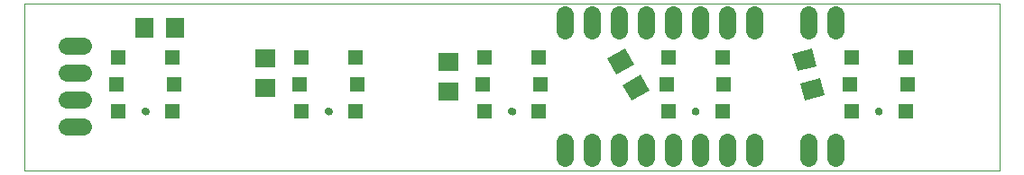
<source format=gbs>
G75*
%MOIN*%
%OFA0B0*%
%FSLAX24Y24*%
%IPPOS*%
%LPD*%
%AMOC8*
5,1,8,0,0,1.08239X$1,22.5*
%
%ADD10C,0.0000*%
%ADD11R,0.0555X0.0555*%
%ADD12C,0.0276*%
%ADD13C,0.0640*%
%ADD14R,0.0670X0.0750*%
%ADD15R,0.0750X0.0670*%
D10*
X000100Y000123D02*
X000100Y006331D01*
X036124Y006331D01*
X036124Y000123D01*
X000100Y000123D01*
X004451Y002335D02*
X004453Y002356D01*
X004459Y002376D01*
X004468Y002396D01*
X004480Y002413D01*
X004495Y002427D01*
X004513Y002439D01*
X004533Y002447D01*
X004553Y002452D01*
X004574Y002453D01*
X004595Y002450D01*
X004615Y002444D01*
X004634Y002433D01*
X004651Y002420D01*
X004664Y002404D01*
X004675Y002386D01*
X004683Y002366D01*
X004687Y002346D01*
X004687Y002324D01*
X004683Y002304D01*
X004675Y002284D01*
X004664Y002266D01*
X004651Y002250D01*
X004634Y002237D01*
X004615Y002226D01*
X004595Y002220D01*
X004574Y002217D01*
X004553Y002218D01*
X004533Y002223D01*
X004513Y002231D01*
X004495Y002243D01*
X004480Y002257D01*
X004468Y002274D01*
X004459Y002294D01*
X004453Y002314D01*
X004451Y002335D01*
X011222Y002335D02*
X011224Y002356D01*
X011230Y002376D01*
X011239Y002396D01*
X011251Y002413D01*
X011266Y002427D01*
X011284Y002439D01*
X011304Y002447D01*
X011324Y002452D01*
X011345Y002453D01*
X011366Y002450D01*
X011386Y002444D01*
X011405Y002433D01*
X011422Y002420D01*
X011435Y002404D01*
X011446Y002386D01*
X011454Y002366D01*
X011458Y002346D01*
X011458Y002324D01*
X011454Y002304D01*
X011446Y002284D01*
X011435Y002266D01*
X011422Y002250D01*
X011405Y002237D01*
X011386Y002226D01*
X011366Y002220D01*
X011345Y002217D01*
X011324Y002218D01*
X011304Y002223D01*
X011284Y002231D01*
X011266Y002243D01*
X011251Y002257D01*
X011239Y002274D01*
X011230Y002294D01*
X011224Y002314D01*
X011222Y002335D01*
X017994Y002335D02*
X017996Y002356D01*
X018002Y002376D01*
X018011Y002396D01*
X018023Y002413D01*
X018038Y002427D01*
X018056Y002439D01*
X018076Y002447D01*
X018096Y002452D01*
X018117Y002453D01*
X018138Y002450D01*
X018158Y002444D01*
X018177Y002433D01*
X018194Y002420D01*
X018207Y002404D01*
X018218Y002386D01*
X018226Y002366D01*
X018230Y002346D01*
X018230Y002324D01*
X018226Y002304D01*
X018218Y002284D01*
X018207Y002266D01*
X018194Y002250D01*
X018177Y002237D01*
X018158Y002226D01*
X018138Y002220D01*
X018117Y002217D01*
X018096Y002218D01*
X018076Y002223D01*
X018056Y002231D01*
X018038Y002243D01*
X018023Y002257D01*
X018011Y002274D01*
X018002Y002294D01*
X017996Y002314D01*
X017994Y002335D01*
X024765Y002335D02*
X024767Y002356D01*
X024773Y002376D01*
X024782Y002396D01*
X024794Y002413D01*
X024809Y002427D01*
X024827Y002439D01*
X024847Y002447D01*
X024867Y002452D01*
X024888Y002453D01*
X024909Y002450D01*
X024929Y002444D01*
X024948Y002433D01*
X024965Y002420D01*
X024978Y002404D01*
X024989Y002386D01*
X024997Y002366D01*
X025001Y002346D01*
X025001Y002324D01*
X024997Y002304D01*
X024989Y002284D01*
X024978Y002266D01*
X024965Y002250D01*
X024948Y002237D01*
X024929Y002226D01*
X024909Y002220D01*
X024888Y002217D01*
X024867Y002218D01*
X024847Y002223D01*
X024827Y002231D01*
X024809Y002243D01*
X024794Y002257D01*
X024782Y002274D01*
X024773Y002294D01*
X024767Y002314D01*
X024765Y002335D01*
X031537Y002335D02*
X031539Y002356D01*
X031545Y002376D01*
X031554Y002396D01*
X031566Y002413D01*
X031581Y002427D01*
X031599Y002439D01*
X031619Y002447D01*
X031639Y002452D01*
X031660Y002453D01*
X031681Y002450D01*
X031701Y002444D01*
X031720Y002433D01*
X031737Y002420D01*
X031750Y002404D01*
X031761Y002386D01*
X031769Y002366D01*
X031773Y002346D01*
X031773Y002324D01*
X031769Y002304D01*
X031761Y002284D01*
X031750Y002266D01*
X031737Y002250D01*
X031720Y002237D01*
X031701Y002226D01*
X031681Y002220D01*
X031660Y002217D01*
X031639Y002218D01*
X031619Y002223D01*
X031599Y002231D01*
X031581Y002243D01*
X031566Y002257D01*
X031554Y002274D01*
X031545Y002294D01*
X031539Y002314D01*
X031537Y002335D01*
D11*
X030655Y002335D03*
X032655Y002335D03*
X032718Y003335D03*
X030592Y003335D03*
X025946Y003335D03*
X023820Y003335D03*
X019175Y003335D03*
X017049Y003335D03*
X012403Y003335D03*
X010277Y003335D03*
X005631Y003335D03*
X003506Y003335D03*
X003569Y004335D03*
X005569Y004335D03*
X010340Y004335D03*
X012340Y004335D03*
X017112Y004335D03*
X019112Y004335D03*
X023883Y004335D03*
X025883Y004335D03*
X030655Y004335D03*
X032655Y004335D03*
X025883Y002335D03*
X023883Y002335D03*
X019112Y002335D03*
X017112Y002335D03*
X012340Y002335D03*
X010340Y002335D03*
X005569Y002335D03*
X003569Y002335D03*
D12*
X004569Y002335D03*
X011340Y002335D03*
X018112Y002335D03*
X024883Y002335D03*
X031655Y002335D03*
D13*
X030074Y001210D02*
X030074Y000610D01*
X029074Y000610D02*
X029074Y001210D01*
X027074Y001210D02*
X027074Y000610D01*
X026074Y000610D02*
X026074Y001210D01*
X025074Y001210D02*
X025074Y000610D01*
X024074Y000610D02*
X024074Y001210D01*
X023074Y001210D02*
X023074Y000610D01*
X022074Y000610D02*
X022074Y001210D01*
X021074Y001210D02*
X021074Y000610D01*
X020074Y000610D02*
X020074Y001210D01*
X002270Y001772D02*
X001670Y001772D01*
X001670Y002772D02*
X002270Y002772D01*
X002270Y003772D02*
X001670Y003772D01*
X001670Y004772D02*
X002270Y004772D01*
X020074Y005323D02*
X020074Y005923D01*
X021074Y005923D02*
X021074Y005323D01*
X022074Y005323D02*
X022074Y005923D01*
X023074Y005923D02*
X023074Y005323D01*
X024074Y005323D02*
X024074Y005923D01*
X025074Y005923D02*
X025074Y005323D01*
X026074Y005323D02*
X026074Y005923D01*
X027074Y005923D02*
X027074Y005323D01*
X029074Y005323D02*
X029074Y005923D01*
X030074Y005923D02*
X030074Y005323D01*
D14*
G36*
X028654Y003819D02*
X028481Y004465D01*
X029204Y004659D01*
X029377Y004013D01*
X028654Y003819D01*
G37*
G36*
X028943Y002737D02*
X028770Y003383D01*
X029493Y003577D01*
X029666Y002931D01*
X028943Y002737D01*
G37*
G36*
X022538Y002738D02*
X022203Y003317D01*
X022852Y003692D01*
X023187Y003113D01*
X022538Y002738D01*
G37*
G36*
X021979Y003708D02*
X021644Y004287D01*
X022293Y004662D01*
X022628Y004083D01*
X021979Y003708D01*
G37*
X005665Y005421D03*
X004546Y005421D03*
D15*
X008995Y004308D03*
X008995Y003189D03*
X015761Y003051D03*
X015761Y004171D03*
M02*

</source>
